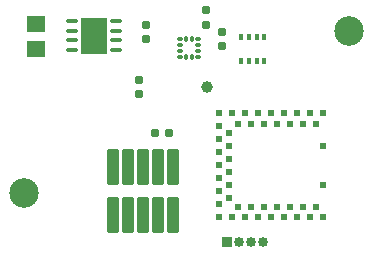
<source format=gbr>
%TF.GenerationSoftware,KiCad,Pcbnew,8.0.8*%
%TF.CreationDate,2025-02-11T09:57:58-05:00*%
%TF.ProjectId,BLERoomSensore,424c4552-6f6f-46d5-9365-6e736f72652e,rev?*%
%TF.SameCoordinates,Original*%
%TF.FileFunction,Soldermask,Top*%
%TF.FilePolarity,Negative*%
%FSLAX46Y46*%
G04 Gerber Fmt 4.6, Leading zero omitted, Abs format (unit mm)*
G04 Created by KiCad (PCBNEW 8.0.8) date 2025-02-11 09:57:58*
%MOMM*%
%LPD*%
G01*
G04 APERTURE LIST*
G04 Aperture macros list*
%AMRoundRect*
0 Rectangle with rounded corners*
0 $1 Rounding radius*
0 $2 $3 $4 $5 $6 $7 $8 $9 X,Y pos of 4 corners*
0 Add a 4 corners polygon primitive as box body*
4,1,4,$2,$3,$4,$5,$6,$7,$8,$9,$2,$3,0*
0 Add four circle primitives for the rounded corners*
1,1,$1+$1,$2,$3*
1,1,$1+$1,$4,$5*
1,1,$1+$1,$6,$7*
1,1,$1+$1,$8,$9*
0 Add four rect primitives between the rounded corners*
20,1,$1+$1,$2,$3,$4,$5,0*
20,1,$1+$1,$4,$5,$6,$7,0*
20,1,$1+$1,$6,$7,$8,$9,0*
20,1,$1+$1,$8,$9,$2,$3,0*%
G04 Aperture macros list end*
%ADD10R,1.600200X1.422400*%
%ADD11R,0.508000X0.508000*%
%ADD12RoundRect,0.160000X0.160000X-0.197500X0.160000X0.197500X-0.160000X0.197500X-0.160000X-0.197500X0*%
%ADD13C,1.000000*%
%ADD14RoundRect,0.160000X-0.160000X0.197500X-0.160000X-0.197500X0.160000X-0.197500X0.160000X0.197500X0*%
%ADD15R,0.350000X0.500000*%
%ADD16RoundRect,0.160000X-0.197500X-0.160000X0.197500X-0.160000X0.197500X0.160000X-0.197500X0.160000X0*%
%ADD17RoundRect,0.102000X0.370000X1.395000X-0.370000X1.395000X-0.370000X-1.395000X0.370000X-1.395000X0*%
%ADD18RoundRect,0.052500X0.172500X0.122500X-0.172500X0.122500X-0.172500X-0.122500X0.172500X-0.122500X0*%
%ADD19RoundRect,0.052500X0.122500X0.172500X-0.122500X0.172500X-0.122500X-0.172500X0.122500X-0.172500X0*%
%ADD20C,2.500000*%
%ADD21R,2.200000X3.100000*%
%ADD22RoundRect,0.087500X-0.412500X-0.087500X0.412500X-0.087500X0.412500X0.087500X-0.412500X0.087500X0*%
%ADD23R,0.850000X0.850000*%
%ADD24O,0.850000X0.850000*%
G04 APERTURE END LIST*
D10*
%TO.C,XTAL1*%
X126400000Y-70107800D03*
X126400000Y-72292200D03*
%TD*%
D11*
%TO.C,U3*%
X150686001Y-77700000D03*
X149586001Y-77700000D03*
X148486001Y-77700000D03*
X147386000Y-77700000D03*
X146286000Y-77700000D03*
X145186000Y-77700000D03*
X144085999Y-77700000D03*
X142985999Y-77700000D03*
X141885999Y-77700000D03*
X141886000Y-78799998D03*
X141886000Y-79899998D03*
X141886000Y-80999999D03*
X141886000Y-82099999D03*
X141886000Y-83199999D03*
X141886000Y-84300000D03*
X141886000Y-85400000D03*
X141885999Y-86499998D03*
X142985999Y-86499998D03*
X144085999Y-86499998D03*
X145186000Y-86499998D03*
X146286000Y-86499998D03*
X147386000Y-86499998D03*
X148486001Y-86499998D03*
X149586001Y-86499998D03*
X150686001Y-86499998D03*
X150136001Y-78600000D03*
X149036001Y-78600000D03*
X147936001Y-78600000D03*
X146836000Y-78600000D03*
X145736000Y-78600000D03*
X144636000Y-78600000D03*
X143535999Y-78600000D03*
X143535999Y-85599998D03*
X144636000Y-85599998D03*
X145736000Y-85599998D03*
X146836000Y-85599998D03*
X147936001Y-85599998D03*
X149036001Y-85599998D03*
X150136001Y-85599998D03*
X142786000Y-79349998D03*
X142786000Y-80449998D03*
X142786000Y-81549999D03*
X142786000Y-82649999D03*
X142786000Y-83749999D03*
X142786000Y-84850000D03*
X150686001Y-80449999D03*
X150686001Y-83749999D03*
%TD*%
D12*
%TO.C,R5*%
X135100000Y-76097500D03*
X135100000Y-74902500D03*
%TD*%
%TO.C,R3*%
X135700000Y-71397500D03*
X135700000Y-70202500D03*
%TD*%
D13*
%TO.C,TP_LIS1*%
X140900000Y-75500000D03*
%TD*%
D14*
%TO.C,R4*%
X140800000Y-69002500D03*
X140800000Y-70197500D03*
%TD*%
D15*
%TO.C,U2*%
X145755000Y-73288000D03*
X145105000Y-73288000D03*
X144455000Y-73288000D03*
X143805000Y-73288000D03*
X143805000Y-71238000D03*
X144455000Y-71238000D03*
X145105000Y-71238000D03*
X145755000Y-71238000D03*
%TD*%
D16*
%TO.C,R1*%
X136460900Y-79375000D03*
X137655900Y-79375000D03*
%TD*%
D17*
%TO.C,J1*%
X137998200Y-82245200D03*
X137998200Y-86315200D03*
X136728200Y-82245200D03*
X136728200Y-86315200D03*
X135458200Y-82245200D03*
X135458200Y-86315200D03*
X134188200Y-82245200D03*
X134188200Y-86315200D03*
X132918200Y-82245200D03*
X132918200Y-86315200D03*
%TD*%
D18*
%TO.C,U4*%
X140165000Y-72950000D03*
X140165000Y-72450000D03*
X140165000Y-71950000D03*
X140165000Y-71450000D03*
D19*
X139665000Y-71435000D03*
X139150000Y-71435000D03*
D18*
X138635000Y-71450000D03*
X138635000Y-71950000D03*
X138635000Y-72450000D03*
X138635000Y-72950000D03*
D19*
X139150000Y-72965000D03*
X139650000Y-72965000D03*
%TD*%
D20*
%TO.C,H2*%
X125374400Y-84429600D03*
%TD*%
%TO.C,H1*%
X152908000Y-70713600D03*
%TD*%
D21*
%TO.C,U5*%
X131350000Y-71125000D03*
D22*
X133225000Y-69925000D03*
X133225000Y-70725000D03*
X133225000Y-71525000D03*
X133225000Y-72325000D03*
X129475000Y-72325000D03*
X129475000Y-71525000D03*
X129475000Y-70725000D03*
X129475000Y-69925000D03*
%TD*%
D14*
%TO.C,R2*%
X142200000Y-70802500D03*
X142200000Y-71997500D03*
%TD*%
D23*
%TO.C,EXP1*%
X142600000Y-88600000D03*
D24*
X143600000Y-88600000D03*
X144600000Y-88600000D03*
X145600000Y-88600000D03*
%TD*%
M02*

</source>
